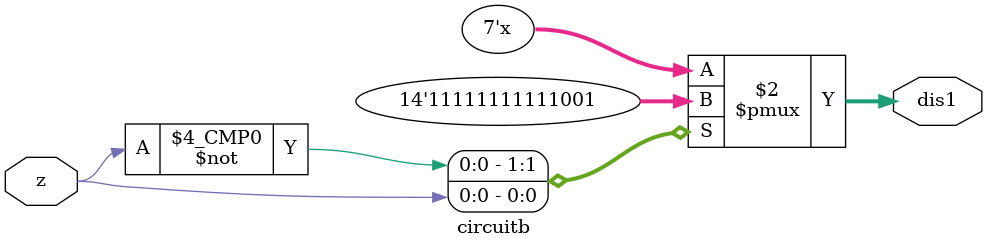
<source format=v>
module circuitb (z, dis1);

    input z;
    output reg [6:0] dis1;

    always @ (z)
    begin
        case (z)
            1'b0: dis1 = 7'b1111111;
            1'b1: dis1 = 7'b1111001;
        endcase
    end

endmodule

</source>
